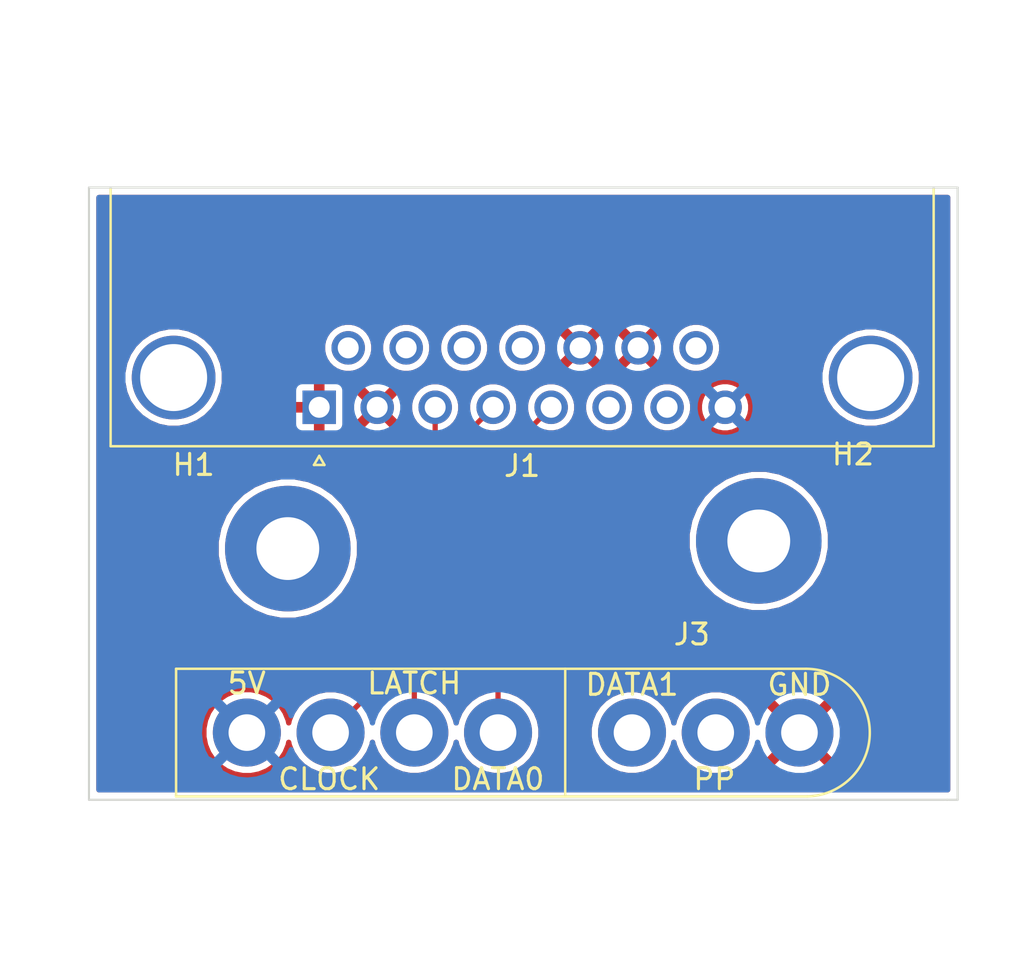
<source format=kicad_pcb>
(kicad_pcb (version 20171130) (host pcbnew "(5.1.0-0)")

  (general
    (thickness 1.6)
    (drawings 5)
    (tracks 9)
    (zones 0)
    (modules 4)
    (nets 15)
  )

  (page A4)
  (layers
    (0 F.Cu signal)
    (31 B.Cu signal)
    (32 B.Adhes user)
    (33 F.Adhes user)
    (34 B.Paste user)
    (35 F.Paste user)
    (36 B.SilkS user)
    (37 F.SilkS user)
    (38 B.Mask user)
    (39 F.Mask user)
    (40 Dwgs.User user)
    (41 Cmts.User user)
    (42 Eco1.User user)
    (43 Eco2.User user)
    (44 Edge.Cuts user)
    (45 Margin user)
    (46 B.CrtYd user)
    (47 F.CrtYd user)
    (48 B.Fab user)
    (49 F.Fab user)
  )

  (setup
    (last_trace_width 0.25)
    (user_trace_width 0.4)
    (user_trace_width 0.5)
    (user_trace_width 0.75)
    (user_trace_width 1)
    (trace_clearance 0.2)
    (zone_clearance 0.3)
    (zone_45_only no)
    (trace_min 0.2)
    (via_size 0.8)
    (via_drill 0.4)
    (via_min_size 0.4)
    (via_min_drill 0.3)
    (uvia_size 0.3)
    (uvia_drill 0.1)
    (uvias_allowed no)
    (uvia_min_size 0.2)
    (uvia_min_drill 0.1)
    (edge_width 0.1)
    (segment_width 0.2)
    (pcb_text_width 0.3)
    (pcb_text_size 1.5 1.5)
    (mod_edge_width 0.15)
    (mod_text_size 1 1)
    (mod_text_width 0.15)
    (pad_size 1.524 1.524)
    (pad_drill 0.762)
    (pad_to_mask_clearance 0)
    (aux_axis_origin 0 0)
    (visible_elements FFFFFF7F)
    (pcbplotparams
      (layerselection 0x010fc_ffffffff)
      (usegerberextensions false)
      (usegerberattributes false)
      (usegerberadvancedattributes false)
      (creategerberjobfile false)
      (excludeedgelayer true)
      (linewidth 0.100000)
      (plotframeref false)
      (viasonmask false)
      (mode 1)
      (useauxorigin false)
      (hpglpennumber 1)
      (hpglpenspeed 20)
      (hpglpendiameter 15.000000)
      (psnegative false)
      (psa4output false)
      (plotreference true)
      (plotvalue true)
      (plotinvisibletext false)
      (padsonsilk false)
      (subtractmaskfromsilk false)
      (outputformat 1)
      (mirror false)
      (drillshape 0)
      (scaleselection 1)
      (outputdirectory "Gerbers/20191203"))
  )

  (net 0 "")
  (net 1 +5V)
  (net 2 GND)
  (net 3 "Net-(J1-Pad12)")
  (net 4 "Net-(J1-Pad11)")
  (net 5 "Net-(J1-Pad10)")
  (net 6 "Net-(J1-Pad9)")
  (net 7 DTR_5V)
  (net 8 RTS_5V)
  (net 9 DSR_5V)
  (net 10 RX_5V)
  (net 11 TX_5V)
  (net 12 "Net-(J1-Pad7)")
  (net 13 "Net-(J1-Pad15)")
  (net 14 "Net-(J1-Pad6)")

  (net_class Default "This is the default net class."
    (clearance 0.2)
    (trace_width 0.25)
    (via_dia 0.8)
    (via_drill 0.4)
    (uvia_dia 0.3)
    (uvia_drill 0.1)
    (add_net +5V)
    (add_net DSR_5V)
    (add_net DTR_5V)
    (add_net GND)
    (add_net "Net-(J1-Pad10)")
    (add_net "Net-(J1-Pad11)")
    (add_net "Net-(J1-Pad12)")
    (add_net "Net-(J1-Pad15)")
    (add_net "Net-(J1-Pad6)")
    (add_net "Net-(J1-Pad7)")
    (add_net "Net-(J1-Pad9)")
    (add_net RTS_5V)
    (add_net RX_5V)
    (add_net TX_5V)
  )

  (module Connector_Dsub:DSUB-15_Female_Horizontal_P2.77x2.84mm_EdgePinOffset7.70mm_Housed_MountingHolesOffset9.12mm (layer F.Cu) (tedit 59FEDEE2) (tstamp 5DE6260D)
    (at 127 84.75 180)
    (descr "15-pin D-Sub connector, horizontal/angled (90 deg), THT-mount, female, pitch 2.77x2.84mm, pin-PCB-offset 7.699999999999999mm, distance of mounting holes 33.3mm, distance of mounting holes to PCB edge 9.12mm, see https://disti-assets.s3.amazonaws.com/tonar/files/datasheets/16730.pdf")
    (tags "15-pin D-Sub connector horizontal angled 90deg THT female pitch 2.77x2.84mm pin-PCB-offset 7.699999999999999mm mounting-holes-distance 33.3mm mounting-hole-offset 33.3mm")
    (path /5DE64B34)
    (fp_text reference J1 (at -9.695 -2.8 180) (layer F.SilkS)
      (effects (font (size 1 1) (thickness 0.15)))
    )
    (fp_text value DB15_Female (at -9.695 18.61 180) (layer F.Fab)
      (effects (font (size 1 1) (thickness 0.15)))
    )
    (fp_text user %R (at -9.695 14.025 180) (layer F.Fab)
      (effects (font (size 1 1) (thickness 0.15)))
    )
    (fp_line (start 10.45 -2.35) (end -29.8 -2.35) (layer F.CrtYd) (width 0.05))
    (fp_line (start 10.45 17.65) (end 10.45 -2.35) (layer F.CrtYd) (width 0.05))
    (fp_line (start -29.8 17.65) (end 10.45 17.65) (layer F.CrtYd) (width 0.05))
    (fp_line (start -29.8 -2.35) (end -29.8 17.65) (layer F.CrtYd) (width 0.05))
    (fp_line (start 0 -2.321325) (end -0.25 -2.754338) (layer F.SilkS) (width 0.12))
    (fp_line (start 0.25 -2.754338) (end 0 -2.321325) (layer F.SilkS) (width 0.12))
    (fp_line (start -0.25 -2.754338) (end 0.25 -2.754338) (layer F.SilkS) (width 0.12))
    (fp_line (start 9.965 -1.86) (end 9.965 10.48) (layer F.SilkS) (width 0.12))
    (fp_line (start -29.355 -1.86) (end 9.965 -1.86) (layer F.SilkS) (width 0.12))
    (fp_line (start -29.355 10.48) (end -29.355 -1.86) (layer F.SilkS) (width 0.12))
    (fp_line (start 8.555 10.54) (end 8.555 1.42) (layer F.Fab) (width 0.1))
    (fp_line (start 5.355 10.54) (end 5.355 1.42) (layer F.Fab) (width 0.1))
    (fp_line (start -24.745 10.54) (end -24.745 1.42) (layer F.Fab) (width 0.1))
    (fp_line (start -27.945 10.54) (end -27.945 1.42) (layer F.Fab) (width 0.1))
    (fp_line (start 9.455 10.94) (end 4.455 10.94) (layer F.Fab) (width 0.1))
    (fp_line (start 9.455 15.94) (end 9.455 10.94) (layer F.Fab) (width 0.1))
    (fp_line (start 4.455 15.94) (end 9.455 15.94) (layer F.Fab) (width 0.1))
    (fp_line (start 4.455 10.94) (end 4.455 15.94) (layer F.Fab) (width 0.1))
    (fp_line (start -23.845 10.94) (end -28.845 10.94) (layer F.Fab) (width 0.1))
    (fp_line (start -23.845 15.94) (end -23.845 10.94) (layer F.Fab) (width 0.1))
    (fp_line (start -28.845 15.94) (end -23.845 15.94) (layer F.Fab) (width 0.1))
    (fp_line (start -28.845 10.94) (end -28.845 15.94) (layer F.Fab) (width 0.1))
    (fp_line (start 2.605 10.94) (end -21.995 10.94) (layer F.Fab) (width 0.1))
    (fp_line (start 2.605 17.11) (end 2.605 10.94) (layer F.Fab) (width 0.1))
    (fp_line (start -21.995 17.11) (end 2.605 17.11) (layer F.Fab) (width 0.1))
    (fp_line (start -21.995 10.94) (end -21.995 17.11) (layer F.Fab) (width 0.1))
    (fp_line (start 9.905 10.54) (end -29.295 10.54) (layer F.Fab) (width 0.1))
    (fp_line (start 9.905 10.94) (end 9.905 10.54) (layer F.Fab) (width 0.1))
    (fp_line (start -29.295 10.94) (end 9.905 10.94) (layer F.Fab) (width 0.1))
    (fp_line (start -29.295 10.54) (end -29.295 10.94) (layer F.Fab) (width 0.1))
    (fp_line (start 9.905 -1.8) (end -29.295 -1.8) (layer F.Fab) (width 0.1))
    (fp_line (start 9.905 10.54) (end 9.905 -1.8) (layer F.Fab) (width 0.1))
    (fp_line (start -29.295 10.54) (end 9.905 10.54) (layer F.Fab) (width 0.1))
    (fp_line (start -29.295 -1.8) (end -29.295 10.54) (layer F.Fab) (width 0.1))
    (fp_arc (start 6.955 1.42) (end 5.355 1.42) (angle 180) (layer F.Fab) (width 0.1))
    (fp_arc (start -26.345 1.42) (end -27.945 1.42) (angle 180) (layer F.Fab) (width 0.1))
    (pad 0 thru_hole circle (at 6.955 1.42 180) (size 4 4) (drill 3.2) (layers *.Cu *.Mask))
    (pad 0 thru_hole circle (at -26.345 1.42 180) (size 4 4) (drill 3.2) (layers *.Cu *.Mask))
    (pad 15 thru_hole circle (at -18.005 2.84 180) (size 1.6 1.6) (drill 1) (layers *.Cu *.Mask)
      (net 13 "Net-(J1-Pad15)"))
    (pad 14 thru_hole circle (at -15.235 2.84 180) (size 1.6 1.6) (drill 1) (layers *.Cu *.Mask)
      (net 2 GND))
    (pad 13 thru_hole circle (at -12.465 2.84 180) (size 1.6 1.6) (drill 1) (layers *.Cu *.Mask)
      (net 2 GND))
    (pad 12 thru_hole circle (at -9.695 2.84 180) (size 1.6 1.6) (drill 1) (layers *.Cu *.Mask)
      (net 3 "Net-(J1-Pad12)"))
    (pad 11 thru_hole circle (at -6.925 2.84 180) (size 1.6 1.6) (drill 1) (layers *.Cu *.Mask)
      (net 4 "Net-(J1-Pad11)"))
    (pad 10 thru_hole circle (at -4.155 2.84 180) (size 1.6 1.6) (drill 1) (layers *.Cu *.Mask)
      (net 5 "Net-(J1-Pad10)"))
    (pad 9 thru_hole circle (at -1.385 2.84 180) (size 1.6 1.6) (drill 1) (layers *.Cu *.Mask)
      (net 6 "Net-(J1-Pad9)"))
    (pad 8 thru_hole circle (at -19.39 0 180) (size 1.6 1.6) (drill 1) (layers *.Cu *.Mask)
      (net 1 +5V))
    (pad 7 thru_hole circle (at -16.62 0 180) (size 1.6 1.6) (drill 1) (layers *.Cu *.Mask)
      (net 12 "Net-(J1-Pad7)"))
    (pad 6 thru_hole circle (at -13.85 0 180) (size 1.6 1.6) (drill 1) (layers *.Cu *.Mask)
      (net 14 "Net-(J1-Pad6)"))
    (pad 5 thru_hole circle (at -11.08 0 180) (size 1.6 1.6) (drill 1) (layers *.Cu *.Mask)
      (net 9 DSR_5V))
    (pad 4 thru_hole circle (at -8.31 0 180) (size 1.6 1.6) (drill 1) (layers *.Cu *.Mask)
      (net 10 RX_5V))
    (pad 3 thru_hole circle (at -5.54 0 180) (size 1.6 1.6) (drill 1) (layers *.Cu *.Mask)
      (net 11 TX_5V))
    (pad 2 thru_hole circle (at -2.77 0 180) (size 1.6 1.6) (drill 1) (layers *.Cu *.Mask)
      (net 2 GND))
    (pad 1 thru_hole rect (at 0 0 180) (size 1.6 1.6) (drill 1) (layers *.Cu *.Mask)
      (net 2 GND))
    (model ${KISYS3DMOD}/Connector_Dsub.3dshapes/DSUB-15_Female_Horizontal_P2.77x2.84mm_EdgePinOffset7.70mm_Housed_MountingHolesOffset9.12mm.wrl
      (at (xyz 0 0 0))
      (scale (xyz 1 1 1))
      (rotate (xyz 0 0 0))
    )
  )

  (module VideoGames:SNES_Controller (layer F.Cu) (tedit 5D4E58EC) (tstamp 5D4EB561)
    (at 144.8 96.1 180)
    (path /5D1EEF95)
    (fp_text reference J3 (at 0 0.5 180) (layer F.SilkS)
      (effects (font (size 1 1) (thickness 0.15)))
    )
    (fp_text value SNES (at 0.254 -0.5 180) (layer F.Fab)
      (effects (font (size 1 1) (thickness 0.15)))
    )
    (fp_line (start 26.4795 0.889) (end -5.3975 0.889) (layer F.CrtYd) (width 0.12))
    (fp_line (start 26.4795 -9.271) (end 26.4795 0.889) (layer F.CrtYd) (width 0.12))
    (fp_line (start -5.3975 -9.271) (end 26.4795 -9.271) (layer F.CrtYd) (width 0.12))
    (fp_arc (start -5.3975 -4.191) (end -5.3975 -9.271) (angle -180) (layer F.CrtYd) (width 0.12))
    (fp_text user PP (at -1.0795 -6.4135 180) (layer F.SilkS)
      (effects (font (size 1 1) (thickness 0.15)))
    )
    (fp_text user DATA1 (at 2.8575 -1.905 180) (layer F.SilkS)
      (effects (font (size 1 1) (thickness 0.15)))
    )
    (fp_text user DATA0 (at 9.26084 -6.4135 180) (layer F.SilkS)
      (effects (font (size 1 1) (thickness 0.15)))
    )
    (fp_text user CLOCK (at 17.32534 -6.4135 180) (layer F.SilkS)
      (effects (font (size 1 1) (thickness 0.15)))
    )
    (fp_text user LATCH (at 13.26134 -1.8415 180) (layer F.SilkS)
      (effects (font (size 1 1) (thickness 0.15)))
    )
    (fp_text user 5V (at 21.26234 -1.8415 180) (layer F.SilkS)
      (effects (font (size 1 1) (thickness 0.15)))
    )
    (fp_text user GND (at -5.1435 -1.905 180) (layer F.SilkS)
      (effects (font (size 1 1) (thickness 0.15)))
    )
    (fp_arc (start -5.461 -4.191) (end -5.524499 -7.238999) (angle -178.8065106) (layer F.SilkS) (width 0.12))
    (fp_line (start 24.638 -7.239) (end 24.638 -1.143) (layer F.SilkS) (width 0.12))
    (fp_line (start 24.638 -1.14234) (end -5.461001 -1.14234) (layer F.SilkS) (width 0.12))
    (fp_line (start 24.638 -7.239) (end -5.5245 -7.239) (layer F.SilkS) (width 0.12))
    (fp_line (start 6.04774 -7.23392) (end 6.04774 -1.13792) (layer F.SilkS) (width 0.12))
    (pad 1 thru_hole circle (at 21.2565 -4.191 180) (size 3.25 3.25) (drill 1.75) (layers *.Cu *.Mask)
      (net 1 +5V))
    (pad 2 thru_hole circle (at 17.2565 -4.191 180) (size 3.25 3.25) (drill 1.75) (layers *.Cu *.Mask)
      (net 11 TX_5V))
    (pad 3 thru_hole circle (at 13.2565 -4.191 180) (size 3.25 3.25) (drill 1.75) (layers *.Cu *.Mask)
      (net 10 RX_5V))
    (pad 4 thru_hole circle (at 9.2565 -4.191 180) (size 3.25 3.25) (drill 1.75) (layers *.Cu *.Mask)
      (net 9 DSR_5V))
    (pad 5 thru_hole circle (at 2.8565 -4.191 180) (size 3.25 3.25) (drill 1.75) (layers *.Cu *.Mask)
      (net 8 RTS_5V))
    (pad 6 thru_hole circle (at -1.1435 -4.191 180) (size 3.25 3.25) (drill 1.75) (layers *.Cu *.Mask)
      (net 7 DTR_5V))
    (pad 7 thru_hole circle (at -5.1435 -4.191 180) (size 3.25 3.25) (drill 1.75) (layers *.Cu *.Mask)
      (net 2 GND))
  )

  (module MountingHole:MountingHole_3mm_Pad (layer F.Cu) (tedit 56D1B4CB) (tstamp 5D081A0B)
    (at 148 91.1352)
    (descr "Mounting Hole 3mm")
    (tags "mounting hole 3mm")
    (path /5CFEBFC8)
    (attr virtual)
    (fp_text reference H2 (at 4.5 -4.1352) (layer F.SilkS)
      (effects (font (size 1 1) (thickness 0.15)))
    )
    (fp_text value MountingHole (at 0 4) (layer F.Fab)
      (effects (font (size 1 1) (thickness 0.15)))
    )
    (fp_circle (center 0 0) (end 3.25 0) (layer F.CrtYd) (width 0.05))
    (fp_circle (center 0 0) (end 3 0) (layer Cmts.User) (width 0.15))
    (fp_text user %R (at 0.3 0) (layer F.Fab)
      (effects (font (size 1 1) (thickness 0.15)))
    )
    (pad 1 thru_hole circle (at 0 0) (size 6 6) (drill 3) (layers *.Cu *.Mask))
  )

  (module MountingHole:MountingHole_3mm_Pad (layer F.Cu) (tedit 56D1B4CB) (tstamp 5D081A03)
    (at 125.5 91.5)
    (descr "Mounting Hole 3mm")
    (tags "mounting hole 3mm")
    (path /5CFEBE79)
    (attr virtual)
    (fp_text reference H1 (at -4.5 -4) (layer F.SilkS)
      (effects (font (size 1 1) (thickness 0.15)))
    )
    (fp_text value MountingHole (at 0 4) (layer F.Fab)
      (effects (font (size 1 1) (thickness 0.15)))
    )
    (fp_circle (center 0 0) (end 3.25 0) (layer F.CrtYd) (width 0.05))
    (fp_circle (center 0 0) (end 3 0) (layer Cmts.User) (width 0.15))
    (fp_text user %R (at 0.3 0) (layer F.Fab)
      (effects (font (size 1 1) (thickness 0.15)))
    )
    (pad 1 thru_hole circle (at 0 0) (size 6 6) (drill 3) (layers *.Cu *.Mask))
  )

  (gr_line (start 157.5 103.5) (end 157 103.5) (layer Edge.Cuts) (width 0.1) (tstamp 5DE627BC))
  (gr_line (start 157.5 74.25) (end 157.5 103.5) (layer Edge.Cuts) (width 0.1))
  (gr_line (start 116 74.25) (end 157.5 74.25) (layer Edge.Cuts) (width 0.1))
  (gr_line (start 116 103.5) (end 116 74.25) (layer Edge.Cuts) (width 0.1))
  (gr_line (start 157 103.5) (end 116 103.5) (layer Edge.Cuts) (width 0.1) (tstamp 5DC45DE4))

  (segment (start 135.5435 87.2865) (end 138.08 84.75) (width 0.25) (layer F.Cu) (net 9))
  (segment (start 135.5435 100.291) (end 135.5435 87.2865) (width 0.25) (layer F.Cu) (net 9))
  (segment (start 132.990011 87.069989) (end 132.990011 95.4809) (width 0.25) (layer F.Cu) (net 10))
  (segment (start 131.5435 97.992903) (end 131.5435 100.291) (width 0.25) (layer F.Cu) (net 10))
  (segment (start 135.31 84.75) (end 132.990011 87.069989) (width 0.25) (layer F.Cu) (net 10))
  (segment (start 132.990011 95.4809) (end 131.5435 96.92741) (width 0.25) (layer F.Cu) (net 10))
  (segment (start 131.5435 96.92741) (end 131.5435 97.992903) (width 0.25) (layer F.Cu) (net 10))
  (segment (start 132.54 95.2945) (end 127.5435 100.291) (width 0.25) (layer F.Cu) (net 11))
  (segment (start 132.54 84.75) (end 132.54 95.2945) (width 0.25) (layer F.Cu) (net 11))

  (zone (net 2) (net_name GND) (layer F.Cu) (tstamp 5DE6289B) (hatch edge 0.508)
    (connect_pads (clearance 0.3))
    (min_thickness 0.254)
    (fill yes (arc_segments 32) (thermal_gap 0.508) (thermal_bridge_width 0.508))
    (polygon
      (pts
        (xy 111.75 70.75) (xy 159.75 70.5) (xy 160.6804 111.8362) (xy 112.2172 111.8362)
      )
    )
    (filled_polygon
      (pts
        (xy 157.023001 103.023) (xy 116.477 103.023) (xy 116.477 100.088896) (xy 121.4915 100.088896) (xy 121.4915 100.493104)
        (xy 121.570357 100.889546) (xy 121.725041 101.262987) (xy 121.949607 101.599074) (xy 122.235426 101.884893) (xy 122.571513 102.109459)
        (xy 122.944954 102.264143) (xy 123.341396 102.343) (xy 123.745604 102.343) (xy 124.142046 102.264143) (xy 124.515487 102.109459)
        (xy 124.851574 101.884893) (xy 125.137393 101.599074) (xy 125.361959 101.262987) (xy 125.516643 100.889546) (xy 125.5435 100.754526)
        (xy 125.570357 100.889546) (xy 125.725041 101.262987) (xy 125.949607 101.599074) (xy 126.235426 101.884893) (xy 126.571513 102.109459)
        (xy 126.944954 102.264143) (xy 127.341396 102.343) (xy 127.745604 102.343) (xy 128.142046 102.264143) (xy 128.515487 102.109459)
        (xy 128.851574 101.884893) (xy 129.137393 101.599074) (xy 129.361959 101.262987) (xy 129.516643 100.889546) (xy 129.5435 100.754526)
        (xy 129.570357 100.889546) (xy 129.725041 101.262987) (xy 129.949607 101.599074) (xy 130.235426 101.884893) (xy 130.571513 102.109459)
        (xy 130.944954 102.264143) (xy 131.341396 102.343) (xy 131.745604 102.343) (xy 132.142046 102.264143) (xy 132.515487 102.109459)
        (xy 132.851574 101.884893) (xy 133.137393 101.599074) (xy 133.361959 101.262987) (xy 133.516643 100.889546) (xy 133.5435 100.754526)
        (xy 133.570357 100.889546) (xy 133.725041 101.262987) (xy 133.949607 101.599074) (xy 134.235426 101.884893) (xy 134.571513 102.109459)
        (xy 134.944954 102.264143) (xy 135.341396 102.343) (xy 135.745604 102.343) (xy 136.142046 102.264143) (xy 136.515487 102.109459)
        (xy 136.851574 101.884893) (xy 137.137393 101.599074) (xy 137.361959 101.262987) (xy 137.516643 100.889546) (xy 137.5955 100.493104)
        (xy 137.5955 100.088896) (xy 139.8915 100.088896) (xy 139.8915 100.493104) (xy 139.970357 100.889546) (xy 140.125041 101.262987)
        (xy 140.349607 101.599074) (xy 140.635426 101.884893) (xy 140.971513 102.109459) (xy 141.344954 102.264143) (xy 141.741396 102.343)
        (xy 142.145604 102.343) (xy 142.542046 102.264143) (xy 142.915487 102.109459) (xy 143.251574 101.884893) (xy 143.537393 101.599074)
        (xy 143.761959 101.262987) (xy 143.916643 100.889546) (xy 143.9435 100.754526) (xy 143.970357 100.889546) (xy 144.125041 101.262987)
        (xy 144.349607 101.599074) (xy 144.635426 101.884893) (xy 144.971513 102.109459) (xy 145.344954 102.264143) (xy 145.741396 102.343)
        (xy 146.145604 102.343) (xy 146.542046 102.264143) (xy 146.915487 102.109459) (xy 147.251574 101.884893) (xy 147.264827 101.87164)
        (xy 148.542465 101.87164) (xy 148.713512 102.199999) (xy 149.109573 102.403277) (xy 149.537682 102.525381) (xy 149.981385 102.561619)
        (xy 150.423633 102.510599) (xy 150.84743 102.374281) (xy 151.173488 102.199999) (xy 151.344535 101.87164) (xy 149.9435 100.470605)
        (xy 148.542465 101.87164) (xy 147.264827 101.87164) (xy 147.537393 101.599074) (xy 147.761959 101.262987) (xy 147.829591 101.09971)
        (xy 147.860219 101.19493) (xy 148.034501 101.520988) (xy 148.36286 101.692035) (xy 149.763895 100.291) (xy 150.123105 100.291)
        (xy 151.52414 101.692035) (xy 151.852499 101.520988) (xy 152.055777 101.124927) (xy 152.177881 100.696818) (xy 152.214119 100.253115)
        (xy 152.163099 99.810867) (xy 152.026781 99.38707) (xy 151.852499 99.061012) (xy 151.52414 98.889965) (xy 150.123105 100.291)
        (xy 149.763895 100.291) (xy 148.36286 98.889965) (xy 148.034501 99.061012) (xy 147.831223 99.457073) (xy 147.826298 99.474341)
        (xy 147.761959 99.319013) (xy 147.537393 98.982926) (xy 147.264827 98.71036) (xy 148.542465 98.71036) (xy 149.9435 100.111395)
        (xy 151.344535 98.71036) (xy 151.173488 98.382001) (xy 150.777427 98.178723) (xy 150.349318 98.056619) (xy 149.905615 98.020381)
        (xy 149.463367 98.071401) (xy 149.03957 98.207719) (xy 148.713512 98.382001) (xy 148.542465 98.71036) (xy 147.264827 98.71036)
        (xy 147.251574 98.697107) (xy 146.915487 98.472541) (xy 146.542046 98.317857) (xy 146.145604 98.239) (xy 145.741396 98.239)
        (xy 145.344954 98.317857) (xy 144.971513 98.472541) (xy 144.635426 98.697107) (xy 144.349607 98.982926) (xy 144.125041 99.319013)
        (xy 143.970357 99.692454) (xy 143.9435 99.827474) (xy 143.916643 99.692454) (xy 143.761959 99.319013) (xy 143.537393 98.982926)
        (xy 143.251574 98.697107) (xy 142.915487 98.472541) (xy 142.542046 98.317857) (xy 142.145604 98.239) (xy 141.741396 98.239)
        (xy 141.344954 98.317857) (xy 140.971513 98.472541) (xy 140.635426 98.697107) (xy 140.349607 98.982926) (xy 140.125041 99.319013)
        (xy 139.970357 99.692454) (xy 139.8915 100.088896) (xy 137.5955 100.088896) (xy 137.516643 99.692454) (xy 137.361959 99.319013)
        (xy 137.137393 98.982926) (xy 136.851574 98.697107) (xy 136.515487 98.472541) (xy 136.142046 98.317857) (xy 136.0955 98.308598)
        (xy 136.0955 90.79767) (xy 144.573 90.79767) (xy 144.573 91.47273) (xy 144.704697 92.134819) (xy 144.963032 92.758493)
        (xy 145.338075 93.319785) (xy 145.815415 93.797125) (xy 146.376707 94.172168) (xy 147.000381 94.430503) (xy 147.66247 94.5622)
        (xy 148.33753 94.5622) (xy 148.999619 94.430503) (xy 149.623293 94.172168) (xy 150.184585 93.797125) (xy 150.661925 93.319785)
        (xy 151.036968 92.758493) (xy 151.295303 92.134819) (xy 151.427 91.47273) (xy 151.427 90.79767) (xy 151.295303 90.135581)
        (xy 151.036968 89.511907) (xy 150.661925 88.950615) (xy 150.184585 88.473275) (xy 149.623293 88.098232) (xy 148.999619 87.839897)
        (xy 148.33753 87.7082) (xy 147.66247 87.7082) (xy 147.000381 87.839897) (xy 146.376707 88.098232) (xy 145.815415 88.473275)
        (xy 145.338075 88.950615) (xy 144.963032 89.511907) (xy 144.704697 90.135581) (xy 144.573 90.79767) (xy 136.0955 90.79767)
        (xy 136.0955 87.515144) (xy 137.692895 85.917751) (xy 137.722097 85.929847) (xy 137.959151 85.977) (xy 138.200849 85.977)
        (xy 138.437903 85.929847) (xy 138.661202 85.837353) (xy 138.862167 85.703073) (xy 139.033073 85.532167) (xy 139.167353 85.331202)
        (xy 139.259847 85.107903) (xy 139.307 84.870849) (xy 139.307 84.629151) (xy 139.623 84.629151) (xy 139.623 84.870849)
        (xy 139.670153 85.107903) (xy 139.762647 85.331202) (xy 139.896927 85.532167) (xy 140.067833 85.703073) (xy 140.268798 85.837353)
        (xy 140.492097 85.929847) (xy 140.729151 85.977) (xy 140.970849 85.977) (xy 141.207903 85.929847) (xy 141.431202 85.837353)
        (xy 141.632167 85.703073) (xy 141.803073 85.532167) (xy 141.937353 85.331202) (xy 142.029847 85.107903) (xy 142.077 84.870849)
        (xy 142.077 84.629151) (xy 142.393 84.629151) (xy 142.393 84.870849) (xy 142.440153 85.107903) (xy 142.532647 85.331202)
        (xy 142.666927 85.532167) (xy 142.837833 85.703073) (xy 143.038798 85.837353) (xy 143.262097 85.929847) (xy 143.499151 85.977)
        (xy 143.740849 85.977) (xy 143.977903 85.929847) (xy 144.201202 85.837353) (xy 144.402167 85.703073) (xy 144.573073 85.532167)
        (xy 144.707353 85.331202) (xy 144.799847 85.107903) (xy 144.847 84.870849) (xy 144.847 84.629151) (xy 145.163 84.629151)
        (xy 145.163 84.870849) (xy 145.210153 85.107903) (xy 145.302647 85.331202) (xy 145.436927 85.532167) (xy 145.607833 85.703073)
        (xy 145.808798 85.837353) (xy 146.032097 85.929847) (xy 146.269151 85.977) (xy 146.510849 85.977) (xy 146.747903 85.929847)
        (xy 146.971202 85.837353) (xy 147.172167 85.703073) (xy 147.343073 85.532167) (xy 147.477353 85.331202) (xy 147.569847 85.107903)
        (xy 147.617 84.870849) (xy 147.617 84.629151) (xy 147.569847 84.392097) (xy 147.477353 84.168798) (xy 147.343073 83.967833)
        (xy 147.172167 83.796927) (xy 146.971202 83.662647) (xy 146.747903 83.570153) (xy 146.510849 83.523) (xy 146.269151 83.523)
        (xy 146.032097 83.570153) (xy 145.808798 83.662647) (xy 145.607833 83.796927) (xy 145.436927 83.967833) (xy 145.302647 84.168798)
        (xy 145.210153 84.392097) (xy 145.163 84.629151) (xy 144.847 84.629151) (xy 144.799847 84.392097) (xy 144.707353 84.168798)
        (xy 144.573073 83.967833) (xy 144.402167 83.796927) (xy 144.201202 83.662647) (xy 143.977903 83.570153) (xy 143.740849 83.523)
        (xy 143.499151 83.523) (xy 143.262097 83.570153) (xy 143.038798 83.662647) (xy 142.837833 83.796927) (xy 142.666927 83.967833)
        (xy 142.532647 84.168798) (xy 142.440153 84.392097) (xy 142.393 84.629151) (xy 142.077 84.629151) (xy 142.029847 84.392097)
        (xy 141.937353 84.168798) (xy 141.803073 83.967833) (xy 141.632167 83.796927) (xy 141.431202 83.662647) (xy 141.207903 83.570153)
        (xy 140.970849 83.523) (xy 140.729151 83.523) (xy 140.492097 83.570153) (xy 140.268798 83.662647) (xy 140.067833 83.796927)
        (xy 139.896927 83.967833) (xy 139.762647 84.168798) (xy 139.670153 84.392097) (xy 139.623 84.629151) (xy 139.307 84.629151)
        (xy 139.259847 84.392097) (xy 139.167353 84.168798) (xy 139.033073 83.967833) (xy 138.862167 83.796927) (xy 138.661202 83.662647)
        (xy 138.437903 83.570153) (xy 138.200849 83.523) (xy 137.959151 83.523) (xy 137.722097 83.570153) (xy 137.498798 83.662647)
        (xy 137.297833 83.796927) (xy 137.126927 83.967833) (xy 136.992647 84.168798) (xy 136.900153 84.392097) (xy 136.853 84.629151)
        (xy 136.853 84.870849) (xy 136.900153 85.107903) (xy 136.912249 85.137105) (xy 135.172352 86.877004) (xy 135.15129 86.894289)
        (xy 135.095904 86.961778) (xy 135.082309 86.978343) (xy 135.031052 87.074238) (xy 135.009064 87.146726) (xy 134.999517 87.178199)
        (xy 134.999489 87.17829) (xy 134.98883 87.2865) (xy 134.991501 87.313616) (xy 134.9915 98.308598) (xy 134.944954 98.317857)
        (xy 134.571513 98.472541) (xy 134.235426 98.697107) (xy 133.949607 98.982926) (xy 133.725041 99.319013) (xy 133.570357 99.692454)
        (xy 133.5435 99.827474) (xy 133.516643 99.692454) (xy 133.361959 99.319013) (xy 133.137393 98.982926) (xy 132.851574 98.697107)
        (xy 132.515487 98.472541) (xy 132.142046 98.317857) (xy 132.0955 98.308598) (xy 132.0955 97.156055) (xy 133.36116 95.890396)
        (xy 133.382222 95.873111) (xy 133.451202 95.789058) (xy 133.502459 95.693163) (xy 133.534023 95.589111) (xy 133.542011 95.508009)
        (xy 133.544681 95.480901) (xy 133.542011 95.453792) (xy 133.542011 87.298633) (xy 134.922894 85.917751) (xy 134.952097 85.929847)
        (xy 135.189151 85.977) (xy 135.430849 85.977) (xy 135.667903 85.929847) (xy 135.891202 85.837353) (xy 136.092167 85.703073)
        (xy 136.263073 85.532167) (xy 136.397353 85.331202) (xy 136.489847 85.107903) (xy 136.537 84.870849) (xy 136.537 84.629151)
        (xy 136.489847 84.392097) (xy 136.397353 84.168798) (xy 136.263073 83.967833) (xy 136.092167 83.796927) (xy 135.891202 83.662647)
        (xy 135.667903 83.570153) (xy 135.430849 83.523) (xy 135.189151 83.523) (xy 134.952097 83.570153) (xy 134.728798 83.662647)
        (xy 134.527833 83.796927) (xy 134.356927 83.967833) (xy 134.222647 84.168798) (xy 134.130153 84.392097) (xy 134.083 84.629151)
        (xy 134.083 84.870849) (xy 134.130153 85.107903) (xy 134.142249 85.137106) (xy 133.092 86.187356) (xy 133.092 85.849449)
        (xy 133.121202 85.837353) (xy 133.322167 85.703073) (xy 133.493073 85.532167) (xy 133.627353 85.331202) (xy 133.719847 85.107903)
        (xy 133.767 84.870849) (xy 133.767 84.629151) (xy 133.719847 84.392097) (xy 133.627353 84.168798) (xy 133.493073 83.967833)
        (xy 133.322167 83.796927) (xy 133.121202 83.662647) (xy 132.897903 83.570153) (xy 132.660849 83.523) (xy 132.419151 83.523)
        (xy 132.182097 83.570153) (xy 131.958798 83.662647) (xy 131.757833 83.796927) (xy 131.586927 83.967833) (xy 131.452647 84.168798)
        (xy 131.360153 84.392097) (xy 131.313 84.629151) (xy 131.313 84.870849) (xy 131.360153 85.107903) (xy 131.452647 85.331202)
        (xy 131.586927 85.532167) (xy 131.757833 85.703073) (xy 131.958798 85.837353) (xy 131.988 85.849449) (xy 131.988001 95.065853)
        (xy 128.554948 98.498908) (xy 128.515487 98.472541) (xy 128.142046 98.317857) (xy 127.745604 98.239) (xy 127.341396 98.239)
        (xy 126.944954 98.317857) (xy 126.571513 98.472541) (xy 126.235426 98.697107) (xy 125.949607 98.982926) (xy 125.725041 99.319013)
        (xy 125.570357 99.692454) (xy 125.5435 99.827474) (xy 125.516643 99.692454) (xy 125.361959 99.319013) (xy 125.137393 98.982926)
        (xy 124.851574 98.697107) (xy 124.515487 98.472541) (xy 124.142046 98.317857) (xy 123.745604 98.239) (xy 123.341396 98.239)
        (xy 122.944954 98.317857) (xy 122.571513 98.472541) (xy 122.235426 98.697107) (xy 121.949607 98.982926) (xy 121.725041 99.319013)
        (xy 121.570357 99.692454) (xy 121.4915 100.088896) (xy 116.477 100.088896) (xy 116.477 91.16247) (xy 122.073 91.16247)
        (xy 122.073 91.83753) (xy 122.204697 92.499619) (xy 122.463032 93.123293) (xy 122.838075 93.684585) (xy 123.315415 94.161925)
        (xy 123.876707 94.536968) (xy 124.500381 94.795303) (xy 125.16247 94.927) (xy 125.83753 94.927) (xy 126.499619 94.795303)
        (xy 127.123293 94.536968) (xy 127.684585 94.161925) (xy 128.161925 93.684585) (xy 128.536968 93.123293) (xy 128.795303 92.499619)
        (xy 128.927 91.83753) (xy 128.927 91.16247) (xy 128.795303 90.500381) (xy 128.536968 89.876707) (xy 128.161925 89.315415)
        (xy 127.684585 88.838075) (xy 127.123293 88.463032) (xy 126.499619 88.204697) (xy 125.83753 88.073) (xy 125.16247 88.073)
        (xy 124.500381 88.204697) (xy 123.876707 88.463032) (xy 123.315415 88.838075) (xy 122.838075 89.315415) (xy 122.463032 89.876707)
        (xy 122.204697 90.500381) (xy 122.073 91.16247) (xy 116.477 91.16247) (xy 116.477 83.090961) (xy 117.618 83.090961)
        (xy 117.618 83.569039) (xy 117.711268 84.03793) (xy 117.894221 84.479615) (xy 118.159826 84.877122) (xy 118.497878 85.215174)
        (xy 118.895385 85.480779) (xy 119.33707 85.663732) (xy 119.805961 85.757) (xy 120.284039 85.757) (xy 120.75293 85.663732)
        (xy 121.027501 85.55) (xy 125.561928 85.55) (xy 125.574188 85.674482) (xy 125.610498 85.79418) (xy 125.669463 85.904494)
        (xy 125.748815 86.001185) (xy 125.845506 86.080537) (xy 125.95582 86.139502) (xy 126.075518 86.175812) (xy 126.2 86.188072)
        (xy 126.71425 86.185) (xy 126.873 86.02625) (xy 126.873 84.877) (xy 125.72375 84.877) (xy 125.565 85.03575)
        (xy 125.561928 85.55) (xy 121.027501 85.55) (xy 121.194615 85.480779) (xy 121.592122 85.215174) (xy 121.930174 84.877122)
        (xy 122.195779 84.479615) (xy 122.378732 84.03793) (xy 122.396222 83.95) (xy 125.561928 83.95) (xy 125.565 84.46425)
        (xy 125.72375 84.623) (xy 126.873 84.623) (xy 126.873 83.47375) (xy 127.127 83.47375) (xy 127.127 84.623)
        (xy 127.147 84.623) (xy 127.147 84.877) (xy 127.127 84.877) (xy 127.127 86.02625) (xy 127.28575 86.185)
        (xy 127.8 86.188072) (xy 127.924482 86.175812) (xy 128.04418 86.139502) (xy 128.154494 86.080537) (xy 128.251185 86.001185)
        (xy 128.330537 85.904494) (xy 128.389502 85.79418) (xy 128.405117 85.742702) (xy 128.956903 85.742702) (xy 129.028486 85.986671)
        (xy 129.283996 86.107571) (xy 129.558184 86.1763) (xy 129.840512 86.190217) (xy 130.12013 86.148787) (xy 130.386292 86.053603)
        (xy 130.511514 85.986671) (xy 130.583097 85.742702) (xy 129.77 84.929605) (xy 128.956903 85.742702) (xy 128.405117 85.742702)
        (xy 128.425812 85.674482) (xy 128.438072 85.55) (xy 128.436475 85.282621) (xy 128.466397 85.366292) (xy 128.533329 85.491514)
        (xy 128.777298 85.563097) (xy 129.590395 84.75) (xy 129.949605 84.75) (xy 130.762702 85.563097) (xy 131.006671 85.491514)
        (xy 131.127571 85.236004) (xy 131.1963 84.961816) (xy 131.210217 84.679488) (xy 131.168787 84.39987) (xy 131.073603 84.133708)
        (xy 131.006671 84.008486) (xy 130.762702 83.936903) (xy 129.949605 84.75) (xy 129.590395 84.75) (xy 128.777298 83.936903)
        (xy 128.533329 84.008486) (xy 128.4365 84.213124) (xy 128.438072 83.95) (xy 128.425812 83.825518) (xy 128.405118 83.757298)
        (xy 128.956903 83.757298) (xy 129.77 84.570395) (xy 130.583097 83.757298) (xy 130.511514 83.513329) (xy 130.256004 83.392429)
        (xy 129.981816 83.3237) (xy 129.699488 83.309783) (xy 129.41987 83.351213) (xy 129.153708 83.446397) (xy 129.028486 83.513329)
        (xy 128.956903 83.757298) (xy 128.405118 83.757298) (xy 128.389502 83.70582) (xy 128.330537 83.595506) (xy 128.251185 83.498815)
        (xy 128.154494 83.419463) (xy 128.04418 83.360498) (xy 127.924482 83.324188) (xy 127.8 83.311928) (xy 127.28575 83.315)
        (xy 127.127 83.47375) (xy 126.873 83.47375) (xy 126.71425 83.315) (xy 126.2 83.311928) (xy 126.075518 83.324188)
        (xy 125.95582 83.360498) (xy 125.845506 83.419463) (xy 125.748815 83.498815) (xy 125.669463 83.595506) (xy 125.610498 83.70582)
        (xy 125.574188 83.825518) (xy 125.561928 83.95) (xy 122.396222 83.95) (xy 122.472 83.569039) (xy 122.472 83.090961)
        (xy 122.378732 82.62207) (xy 122.195779 82.180385) (xy 121.934366 81.789151) (xy 127.158 81.789151) (xy 127.158 82.030849)
        (xy 127.205153 82.267903) (xy 127.297647 82.491202) (xy 127.431927 82.692167) (xy 127.602833 82.863073) (xy 127.803798 82.997353)
        (xy 128.027097 83.089847) (xy 128.264151 83.137) (xy 128.505849 83.137) (xy 128.742903 83.089847) (xy 128.966202 82.997353)
        (xy 129.167167 82.863073) (xy 129.338073 82.692167) (xy 129.472353 82.491202) (xy 129.564847 82.267903) (xy 129.612 82.030849)
        (xy 129.612 81.789151) (xy 129.928 81.789151) (xy 129.928 82.030849) (xy 129.975153 82.267903) (xy 130.067647 82.491202)
        (xy 130.201927 82.692167) (xy 130.372833 82.863073) (xy 130.573798 82.997353) (xy 130.797097 83.089847) (xy 131.034151 83.137)
        (xy 131.275849 83.137) (xy 131.512903 83.089847) (xy 131.736202 82.997353) (xy 131.937167 82.863073) (xy 132.108073 82.692167)
        (xy 132.242353 82.491202) (xy 132.334847 82.267903) (xy 132.382 82.030849) (xy 132.382 81.789151) (xy 132.698 81.789151)
        (xy 132.698 82.030849) (xy 132.745153 82.267903) (xy 132.837647 82.491202) (xy 132.971927 82.692167) (xy 133.142833 82.863073)
        (xy 133.343798 82.997353) (xy 133.567097 83.089847) (xy 133.804151 83.137) (xy 134.045849 83.137) (xy 134.282903 83.089847)
        (xy 134.506202 82.997353) (xy 134.707167 82.863073) (xy 134.878073 82.692167) (xy 135.012353 82.491202) (xy 135.104847 82.267903)
        (xy 135.152 82.030849) (xy 135.152 81.789151) (xy 135.468 81.789151) (xy 135.468 82.030849) (xy 135.515153 82.267903)
        (xy 135.607647 82.491202) (xy 135.741927 82.692167) (xy 135.912833 82.863073) (xy 136.113798 82.997353) (xy 136.337097 83.089847)
        (xy 136.574151 83.137) (xy 136.815849 83.137) (xy 137.052903 83.089847) (xy 137.276202 82.997353) (xy 137.417857 82.902702)
        (xy 138.651903 82.902702) (xy 138.723486 83.146671) (xy 138.978996 83.267571) (xy 139.253184 83.3363) (xy 139.535512 83.350217)
        (xy 139.81513 83.308787) (xy 140.081292 83.213603) (xy 140.206514 83.146671) (xy 140.278097 82.902702) (xy 141.421903 82.902702)
        (xy 141.493486 83.146671) (xy 141.748996 83.267571) (xy 142.023184 83.3363) (xy 142.305512 83.350217) (xy 142.58513 83.308787)
        (xy 142.851292 83.213603) (xy 142.976514 83.146671) (xy 143.048097 82.902702) (xy 142.235 82.089605) (xy 141.421903 82.902702)
        (xy 140.278097 82.902702) (xy 139.465 82.089605) (xy 138.651903 82.902702) (xy 137.417857 82.902702) (xy 137.477167 82.863073)
        (xy 137.648073 82.692167) (xy 137.782353 82.491202) (xy 137.874847 82.267903) (xy 137.922 82.030849) (xy 137.922 81.980512)
        (xy 138.024783 81.980512) (xy 138.066213 82.26013) (xy 138.161397 82.526292) (xy 138.228329 82.651514) (xy 138.472298 82.723097)
        (xy 139.285395 81.91) (xy 139.644605 81.91) (xy 140.457702 82.723097) (xy 140.701671 82.651514) (xy 140.822571 82.396004)
        (xy 140.848216 82.293695) (xy 140.931397 82.526292) (xy 140.998329 82.651514) (xy 141.242298 82.723097) (xy 142.055395 81.91)
        (xy 142.414605 81.91) (xy 143.227702 82.723097) (xy 143.471671 82.651514) (xy 143.592571 82.396004) (xy 143.6613 82.121816)
        (xy 143.675217 81.839488) (xy 143.667759 81.789151) (xy 143.778 81.789151) (xy 143.778 82.030849) (xy 143.825153 82.267903)
        (xy 143.917647 82.491202) (xy 144.051927 82.692167) (xy 144.222833 82.863073) (xy 144.423798 82.997353) (xy 144.647097 83.089847)
        (xy 144.884151 83.137) (xy 145.125849 83.137) (xy 145.357302 83.090961) (xy 150.918 83.090961) (xy 150.918 83.569039)
        (xy 151.011268 84.03793) (xy 151.194221 84.479615) (xy 151.459826 84.877122) (xy 151.797878 85.215174) (xy 152.195385 85.480779)
        (xy 152.63707 85.663732) (xy 153.105961 85.757) (xy 153.584039 85.757) (xy 154.05293 85.663732) (xy 154.494615 85.480779)
        (xy 154.892122 85.215174) (xy 155.230174 84.877122) (xy 155.495779 84.479615) (xy 155.678732 84.03793) (xy 155.772 83.569039)
        (xy 155.772 83.090961) (xy 155.678732 82.62207) (xy 155.495779 82.180385) (xy 155.230174 81.782878) (xy 154.892122 81.444826)
        (xy 154.494615 81.179221) (xy 154.05293 80.996268) (xy 153.584039 80.903) (xy 153.105961 80.903) (xy 152.63707 80.996268)
        (xy 152.195385 81.179221) (xy 151.797878 81.444826) (xy 151.459826 81.782878) (xy 151.194221 82.180385) (xy 151.011268 82.62207)
        (xy 150.918 83.090961) (xy 145.357302 83.090961) (xy 145.362903 83.089847) (xy 145.586202 82.997353) (xy 145.787167 82.863073)
        (xy 145.958073 82.692167) (xy 146.092353 82.491202) (xy 146.184847 82.267903) (xy 146.232 82.030849) (xy 146.232 81.789151)
        (xy 146.184847 81.552097) (xy 146.092353 81.328798) (xy 145.958073 81.127833) (xy 145.787167 80.956927) (xy 145.586202 80.822647)
        (xy 145.362903 80.730153) (xy 145.125849 80.683) (xy 144.884151 80.683) (xy 144.647097 80.730153) (xy 144.423798 80.822647)
        (xy 144.222833 80.956927) (xy 144.051927 81.127833) (xy 143.917647 81.328798) (xy 143.825153 81.552097) (xy 143.778 81.789151)
        (xy 143.667759 81.789151) (xy 143.633787 81.55987) (xy 143.538603 81.293708) (xy 143.471671 81.168486) (xy 143.227702 81.096903)
        (xy 142.414605 81.91) (xy 142.055395 81.91) (xy 141.242298 81.096903) (xy 140.998329 81.168486) (xy 140.877429 81.423996)
        (xy 140.851784 81.526305) (xy 140.768603 81.293708) (xy 140.701671 81.168486) (xy 140.457702 81.096903) (xy 139.644605 81.91)
        (xy 139.285395 81.91) (xy 138.472298 81.096903) (xy 138.228329 81.168486) (xy 138.107429 81.423996) (xy 138.0387 81.698184)
        (xy 138.024783 81.980512) (xy 137.922 81.980512) (xy 137.922 81.789151) (xy 137.874847 81.552097) (xy 137.782353 81.328798)
        (xy 137.648073 81.127833) (xy 137.477167 80.956927) (xy 137.417858 80.917298) (xy 138.651903 80.917298) (xy 139.465 81.730395)
        (xy 140.278097 80.917298) (xy 141.421903 80.917298) (xy 142.235 81.730395) (xy 143.048097 80.917298) (xy 142.976514 80.673329)
        (xy 142.721004 80.552429) (xy 142.446816 80.4837) (xy 142.164488 80.469783) (xy 141.88487 80.511213) (xy 141.618708 80.606397)
        (xy 141.493486 80.673329) (xy 141.421903 80.917298) (xy 140.278097 80.917298) (xy 140.206514 80.673329) (xy 139.951004 80.552429)
        (xy 139.676816 80.4837) (xy 139.394488 80.469783) (xy 139.11487 80.511213) (xy 138.848708 80.606397) (xy 138.723486 80.673329)
        (xy 138.651903 80.917298) (xy 137.417858 80.917298) (xy 137.276202 80.822647) (xy 137.052903 80.730153) (xy 136.815849 80.683)
        (xy 136.574151 80.683) (xy 136.337097 80.730153) (xy 136.113798 80.822647) (xy 135.912833 80.956927) (xy 135.741927 81.127833)
        (xy 135.607647 81.328798) (xy 135.515153 81.552097) (xy 135.468 81.789151) (xy 135.152 81.789151) (xy 135.104847 81.552097)
        (xy 135.012353 81.328798) (xy 134.878073 81.127833) (xy 134.707167 80.956927) (xy 134.506202 80.822647) (xy 134.282903 80.730153)
        (xy 134.045849 80.683) (xy 133.804151 80.683) (xy 133.567097 80.730153) (xy 133.343798 80.822647) (xy 133.142833 80.956927)
        (xy 132.971927 81.127833) (xy 132.837647 81.328798) (xy 132.745153 81.552097) (xy 132.698 81.789151) (xy 132.382 81.789151)
        (xy 132.334847 81.552097) (xy 132.242353 81.328798) (xy 132.108073 81.127833) (xy 131.937167 80.956927) (xy 131.736202 80.822647)
        (xy 131.512903 80.730153) (xy 131.275849 80.683) (xy 131.034151 80.683) (xy 130.797097 80.730153) (xy 130.573798 80.822647)
        (xy 130.372833 80.956927) (xy 130.201927 81.127833) (xy 130.067647 81.328798) (xy 129.975153 81.552097) (xy 129.928 81.789151)
        (xy 129.612 81.789151) (xy 129.564847 81.552097) (xy 129.472353 81.328798) (xy 129.338073 81.127833) (xy 129.167167 80.956927)
        (xy 128.966202 80.822647) (xy 128.742903 80.730153) (xy 128.505849 80.683) (xy 128.264151 80.683) (xy 128.027097 80.730153)
        (xy 127.803798 80.822647) (xy 127.602833 80.956927) (xy 127.431927 81.127833) (xy 127.297647 81.328798) (xy 127.205153 81.552097)
        (xy 127.158 81.789151) (xy 121.934366 81.789151) (xy 121.930174 81.782878) (xy 121.592122 81.444826) (xy 121.194615 81.179221)
        (xy 120.75293 80.996268) (xy 120.284039 80.903) (xy 119.805961 80.903) (xy 119.33707 80.996268) (xy 118.895385 81.179221)
        (xy 118.497878 81.444826) (xy 118.159826 81.782878) (xy 117.894221 82.180385) (xy 117.711268 82.62207) (xy 117.618 83.090961)
        (xy 116.477 83.090961) (xy 116.477 74.727) (xy 157.023 74.727)
      )
    )
  )
  (zone (net 1) (net_name +5V) (layer B.Cu) (tstamp 5DE62898) (hatch edge 0.508)
    (connect_pads (clearance 0.3))
    (min_thickness 0.254)
    (fill yes (arc_segments 32) (thermal_gap 0.508) (thermal_bridge_width 0.508))
    (polygon
      (pts
        (xy 111.75 70.75) (xy 159.75 70.5) (xy 160.532748 111.7854) (xy 112.069548 111.7854)
      )
    )
    (filled_polygon
      (pts
        (xy 157.023001 103.023) (xy 116.477 103.023) (xy 116.477 101.87164) (xy 122.142465 101.87164) (xy 122.313512 102.199999)
        (xy 122.709573 102.403277) (xy 123.137682 102.525381) (xy 123.581385 102.561619) (xy 124.023633 102.510599) (xy 124.44743 102.374281)
        (xy 124.773488 102.199999) (xy 124.944535 101.87164) (xy 123.5435 100.470605) (xy 122.142465 101.87164) (xy 116.477 101.87164)
        (xy 116.477 100.328885) (xy 121.272881 100.328885) (xy 121.323901 100.771133) (xy 121.460219 101.19493) (xy 121.634501 101.520988)
        (xy 121.96286 101.692035) (xy 123.363895 100.291) (xy 123.723105 100.291) (xy 125.12414 101.692035) (xy 125.452499 101.520988)
        (xy 125.655777 101.124927) (xy 125.660702 101.107659) (xy 125.725041 101.262987) (xy 125.949607 101.599074) (xy 126.235426 101.884893)
        (xy 126.571513 102.109459) (xy 126.944954 102.264143) (xy 127.341396 102.343) (xy 127.745604 102.343) (xy 128.142046 102.264143)
        (xy 128.515487 102.109459) (xy 128.851574 101.884893) (xy 129.137393 101.599074) (xy 129.361959 101.262987) (xy 129.516643 100.889546)
        (xy 129.5435 100.754526) (xy 129.570357 100.889546) (xy 129.725041 101.262987) (xy 129.949607 101.599074) (xy 130.235426 101.884893)
        (xy 130.571513 102.109459) (xy 130.944954 102.264143) (xy 131.341396 102.343) (xy 131.745604 102.343) (xy 132.142046 102.264143)
        (xy 132.515487 102.109459) (xy 132.851574 101.884893) (xy 133.137393 101.599074) (xy 133.361959 101.262987) (xy 133.516643 100.889546)
        (xy 133.5435 100.754526) (xy 133.570357 100.889546) (xy 133.725041 101.262987) (xy 133.949607 101.599074) (xy 134.235426 101.884893)
        (xy 134.571513 102.109459) (xy 134.944954 102.264143) (xy 135.341396 102.343) (xy 135.745604 102.343) (xy 136.142046 102.264143)
        (xy 136.515487 102.109459) (xy 136.851574 101.884893) (xy 137.137393 101.599074) (xy 137.361959 101.262987) (xy 137.516643 100.889546)
        (xy 137.5955 100.493104) (xy 137.5955 100.088896) (xy 139.8915 100.088896) (xy 139.8915 100.493104) (xy 139.970357 100.889546)
        (xy 140.125041 101.262987) (xy 140.349607 101.599074) (xy 140.635426 101.884893) (xy 140.971513 102.109459) (xy 141.344954 102.264143)
        (xy 141.741396 102.343) (xy 142.145604 102.343) (xy 142.542046 102.264143) (xy 142.915487 102.109459) (xy 143.251574 101.884893)
        (xy 143.537393 101.599074) (xy 143.761959 101.262987) (xy 143.916643 100.889546) (xy 143.9435 100.754526) (xy 143.970357 100.889546)
        (xy 144.125041 101.262987) (xy 144.349607 101.599074) (xy 144.635426 101.884893) (xy 144.971513 102.109459) (xy 145.344954 102.264143)
        (xy 145.741396 102.343) (xy 146.145604 102.343) (xy 146.542046 102.264143) (xy 146.915487 102.109459) (xy 147.251574 101.884893)
        (xy 147.537393 101.599074) (xy 147.761959 101.262987) (xy 147.916643 100.889546) (xy 147.9435 100.754526) (xy 147.970357 100.889546)
        (xy 148.125041 101.262987) (xy 148.349607 101.599074) (xy 148.635426 101.884893) (xy 148.971513 102.109459) (xy 149.344954 102.264143)
        (xy 149.741396 102.343) (xy 150.145604 102.343) (xy 150.542046 102.264143) (xy 150.915487 102.109459) (xy 151.251574 101.884893)
        (xy 151.537393 101.599074) (xy 151.761959 101.262987) (xy 151.916643 100.889546) (xy 151.9955 100.493104) (xy 151.9955 100.088896)
        (xy 151.916643 99.692454) (xy 151.761959 99.319013) (xy 151.537393 98.982926) (xy 151.251574 98.697107) (xy 150.915487 98.472541)
        (xy 150.542046 98.317857) (xy 150.145604 98.239) (xy 149.741396 98.239) (xy 149.344954 98.317857) (xy 148.971513 98.472541)
        (xy 148.635426 98.697107) (xy 148.349607 98.982926) (xy 148.125041 99.319013) (xy 147.970357 99.692454) (xy 147.9435 99.827474)
        (xy 147.916643 99.692454) (xy 147.761959 99.319013) (xy 147.537393 98.982926) (xy 147.251574 98.697107) (xy 146.915487 98.472541)
        (xy 146.542046 98.317857) (xy 146.145604 98.239) (xy 145.741396 98.239) (xy 145.344954 98.317857) (xy 144.971513 98.472541)
        (xy 144.635426 98.697107) (xy 144.349607 98.982926) (xy 144.125041 99.319013) (xy 143.970357 99.692454) (xy 143.9435 99.827474)
        (xy 143.916643 99.692454) (xy 143.761959 99.319013) (xy 143.537393 98.982926) (xy 143.251574 98.697107) (xy 142.915487 98.472541)
        (xy 142.542046 98.317857) (xy 142.145604 98.239) (xy 141.741396 98.239) (xy 141.344954 98.317857) (xy 140.971513 98.472541)
        (xy 140.635426 98.697107) (xy 140.349607 98.982926) (xy 140.125041 99.319013) (xy 139.970357 99.692454) (xy 139.8915 100.088896)
        (xy 137.5955 100.088896) (xy 137.516643 99.692454) (xy 137.361959 99.319013) (xy 137.137393 98.982926) (xy 136.851574 98.697107)
        (xy 136.515487 98.472541) (xy 136.142046 98.317857) (xy 135.745604 98.239) (xy 135.341396 98.239) (xy 134.944954 98.317857)
        (xy 134.571513 98.472541) (xy 134.235426 98.697107) (xy 133.949607 98.982926) (xy 133.725041 99.319013) (xy 133.570357 99.692454)
        (xy 133.5435 99.827474) (xy 133.516643 99.692454) (xy 133.361959 99.319013) (xy 133.137393 98.982926) (xy 132.851574 98.697107)
        (xy 132.515487 98.472541) (xy 132.142046 98.317857) (xy 131.745604 98.239) (xy 131.341396 98.239) (xy 130.944954 98.317857)
        (xy 130.571513 98.472541) (xy 130.235426 98.697107) (xy 129.949607 98.982926) (xy 129.725041 99.319013) (xy 129.570357 99.692454)
        (xy 129.5435 99.827474) (xy 129.516643 99.692454) (xy 129.361959 99.319013) (xy 129.137393 98.982926) (xy 128.851574 98.697107)
        (xy 128.515487 98.472541) (xy 128.142046 98.317857) (xy 127.745604 98.239) (xy 127.341396 98.239) (xy 126.944954 98.317857)
        (xy 126.571513 98.472541) (xy 126.235426 98.697107) (xy 125.949607 98.982926) (xy 125.725041 99.319013) (xy 125.657409 99.48229)
        (xy 125.626781 99.38707) (xy 125.452499 99.061012) (xy 125.12414 98.889965) (xy 123.723105 100.291) (xy 123.363895 100.291)
        (xy 121.96286 98.889965) (xy 121.634501 99.061012) (xy 121.431223 99.457073) (xy 121.309119 99.885182) (xy 121.272881 100.328885)
        (xy 116.477 100.328885) (xy 116.477 98.71036) (xy 122.142465 98.71036) (xy 123.5435 100.111395) (xy 124.944535 98.71036)
        (xy 124.773488 98.382001) (xy 124.377427 98.178723) (xy 123.949318 98.056619) (xy 123.505615 98.020381) (xy 123.063367 98.071401)
        (xy 122.63957 98.207719) (xy 122.313512 98.382001) (xy 122.142465 98.71036) (xy 116.477 98.71036) (xy 116.477 91.16247)
        (xy 122.073 91.16247) (xy 122.073 91.83753) (xy 122.204697 92.499619) (xy 122.463032 93.123293) (xy 122.838075 93.684585)
        (xy 123.315415 94.161925) (xy 123.876707 94.536968) (xy 124.500381 94.795303) (xy 125.16247 94.927) (xy 125.83753 94.927)
        (xy 126.499619 94.795303) (xy 127.123293 94.536968) (xy 127.684585 94.161925) (xy 128.161925 93.684585) (xy 128.536968 93.123293)
        (xy 128.795303 92.499619) (xy 128.927 91.83753) (xy 128.927 91.16247) (xy 128.854438 90.79767) (xy 144.573 90.79767)
        (xy 144.573 91.47273) (xy 144.704697 92.134819) (xy 144.963032 92.758493) (xy 145.338075 93.319785) (xy 145.815415 93.797125)
        (xy 146.376707 94.172168) (xy 147.000381 94.430503) (xy 147.66247 94.5622) (xy 148.33753 94.5622) (xy 148.999619 94.430503)
        (xy 149.623293 94.172168) (xy 150.184585 93.797125) (xy 150.661925 93.319785) (xy 151.036968 92.758493) (xy 151.295303 92.134819)
        (xy 151.427 91.47273) (xy 151.427 90.79767) (xy 151.295303 90.135581) (xy 151.036968 89.511907) (xy 150.661925 88.950615)
        (xy 150.184585 88.473275) (xy 149.623293 88.098232) (xy 148.999619 87.839897) (xy 148.33753 87.7082) (xy 147.66247 87.7082)
        (xy 147.000381 87.839897) (xy 146.376707 88.098232) (xy 145.815415 88.473275) (xy 145.338075 88.950615) (xy 144.963032 89.511907)
        (xy 144.704697 90.135581) (xy 144.573 90.79767) (xy 128.854438 90.79767) (xy 128.795303 90.500381) (xy 128.536968 89.876707)
        (xy 128.161925 89.315415) (xy 127.684585 88.838075) (xy 127.123293 88.463032) (xy 126.499619 88.204697) (xy 125.83753 88.073)
        (xy 125.16247 88.073) (xy 124.500381 88.204697) (xy 123.876707 88.463032) (xy 123.315415 88.838075) (xy 122.838075 89.315415)
        (xy 122.463032 89.876707) (xy 122.204697 90.500381) (xy 122.073 91.16247) (xy 116.477 91.16247) (xy 116.477 83.090961)
        (xy 117.618 83.090961) (xy 117.618 83.569039) (xy 117.711268 84.03793) (xy 117.894221 84.479615) (xy 118.159826 84.877122)
        (xy 118.497878 85.215174) (xy 118.895385 85.480779) (xy 119.33707 85.663732) (xy 119.805961 85.757) (xy 120.284039 85.757)
        (xy 120.75293 85.663732) (xy 121.194615 85.480779) (xy 121.592122 85.215174) (xy 121.930174 84.877122) (xy 122.195779 84.479615)
        (xy 122.378732 84.03793) (xy 122.396222 83.95) (xy 125.770934 83.95) (xy 125.770934 85.55) (xy 125.779178 85.633707)
        (xy 125.803595 85.714196) (xy 125.843245 85.788376) (xy 125.896605 85.853395) (xy 125.961624 85.906755) (xy 126.035804 85.946405)
        (xy 126.116293 85.970822) (xy 126.2 85.979066) (xy 127.8 85.979066) (xy 127.883707 85.970822) (xy 127.964196 85.946405)
        (xy 128.038376 85.906755) (xy 128.103395 85.853395) (xy 128.156755 85.788376) (xy 128.196405 85.714196) (xy 128.220822 85.633707)
        (xy 128.229066 85.55) (xy 128.229066 84.629151) (xy 128.543 84.629151) (xy 128.543 84.870849) (xy 128.590153 85.107903)
        (xy 128.682647 85.331202) (xy 128.816927 85.532167) (xy 128.987833 85.703073) (xy 129.188798 85.837353) (xy 129.412097 85.929847)
        (xy 129.649151 85.977) (xy 129.890849 85.977) (xy 130.127903 85.929847) (xy 130.351202 85.837353) (xy 130.552167 85.703073)
        (xy 130.723073 85.532167) (xy 130.857353 85.331202) (xy 130.949847 85.107903) (xy 130.997 84.870849) (xy 130.997 84.629151)
        (xy 131.313 84.629151) (xy 131.313 84.870849) (xy 131.360153 85.107903) (xy 131.452647 85.331202) (xy 131.586927 85.532167)
        (xy 131.757833 85.703073) (xy 131.958798 85.837353) (xy 132.182097 85.929847) (xy 132.419151 85.977) (xy 132.660849 85.977)
        (xy 132.897903 85.929847) (xy 133.121202 85.837353) (xy 133.322167 85.703073) (xy 133.493073 85.532167) (xy 133.627353 85.331202)
        (xy 133.719847 85.107903) (xy 133.767 84.870849) (xy 133.767 84.629151) (xy 134.083 84.629151) (xy 134.083 84.870849)
        (xy 134.130153 85.107903) (xy 134.222647 85.331202) (xy 134.356927 85.532167) (xy 134.527833 85.703073) (xy 134.728798 85.837353)
        (xy 134.952097 85.929847) (xy 135.189151 85.977) (xy 135.430849 85.977) (xy 135.667903 85.929847) (xy 135.891202 85.837353)
        (xy 136.092167 85.703073) (xy 136.263073 85.532167) (xy 136.397353 85.331202) (xy 136.489847 85.107903) (xy 136.537 84.870849)
        (xy 136.537 84.629151) (xy 136.853 84.629151) (xy 136.853 84.870849) (xy 136.900153 85.107903) (xy 136.992647 85.331202)
        (xy 137.126927 85.532167) (xy 137.297833 85.703073) (xy 137.498798 85.837353) (xy 137.722097 85.929847) (xy 137.959151 85.977)
        (xy 138.200849 85.977) (xy 138.437903 85.929847) (xy 138.661202 85.837353) (xy 138.862167 85.703073) (xy 139.033073 85.532167)
        (xy 139.167353 85.331202) (xy 139.259847 85.107903) (xy 139.307 84.870849) (xy 139.307 84.629151) (xy 139.623 84.629151)
        (xy 139.623 84.870849) (xy 139.670153 85.107903) (xy 139.762647 85.331202) (xy 139.896927 85.532167) (xy 140.067833 85.703073)
        (xy 140.268798 85.837353) (xy 140.492097 85.929847) (xy 140.729151 85.977) (xy 140.970849 85.977) (xy 141.207903 85.929847)
        (xy 141.431202 85.837353) (xy 141.632167 85.703073) (xy 141.803073 85.532167) (xy 141.937353 85.331202) (xy 142.029847 85.107903)
        (xy 142.077 84.870849) (xy 142.077 84.629151) (xy 142.393 84.629151) (xy 142.393 84.870849) (xy 142.440153 85.107903)
        (xy 142.532647 85.331202) (xy 142.666927 85.532167) (xy 142.837833 85.703073) (xy 143.038798 85.837353) (xy 143.262097 85.929847)
        (xy 143.499151 85.977) (xy 143.740849 85.977) (xy 143.977903 85.929847) (xy 144.201202 85.837353) (xy 144.342857 85.742702)
        (xy 145.576903 85.742702) (xy 145.648486 85.986671) (xy 145.903996 86.107571) (xy 146.178184 86.1763) (xy 146.460512 86.190217)
        (xy 146.74013 86.148787) (xy 147.006292 86.053603) (xy 147.131514 85.986671) (xy 147.203097 85.742702) (xy 146.39 84.929605)
        (xy 145.576903 85.742702) (xy 144.342857 85.742702) (xy 144.402167 85.703073) (xy 144.573073 85.532167) (xy 144.707353 85.331202)
        (xy 144.799847 85.107903) (xy 144.847 84.870849) (xy 144.847 84.820512) (xy 144.949783 84.820512) (xy 144.991213 85.10013)
        (xy 145.086397 85.366292) (xy 145.153329 85.491514) (xy 145.397298 85.563097) (xy 146.210395 84.75) (xy 146.569605 84.75)
        (xy 147.382702 85.563097) (xy 147.626671 85.491514) (xy 147.747571 85.236004) (xy 147.8163 84.961816) (xy 147.830217 84.679488)
        (xy 147.788787 84.39987) (xy 147.693603 84.133708) (xy 147.626671 84.008486) (xy 147.382702 83.936903) (xy 146.569605 84.75)
        (xy 146.210395 84.75) (xy 145.397298 83.936903) (xy 145.153329 84.008486) (xy 145.032429 84.263996) (xy 144.9637 84.538184)
        (xy 144.949783 84.820512) (xy 144.847 84.820512) (xy 144.847 84.629151) (xy 144.799847 84.392097) (xy 144.707353 84.168798)
        (xy 144.573073 83.967833) (xy 144.402167 83.796927) (xy 144.342858 83.757298) (xy 145.576903 83.757298) (xy 146.39 84.570395)
        (xy 147.203097 83.757298) (xy 147.131514 83.513329) (xy 146.876004 83.392429) (xy 146.601816 83.3237) (xy 146.319488 83.309783)
        (xy 146.03987 83.351213) (xy 145.773708 83.446397) (xy 145.648486 83.513329) (xy 145.576903 83.757298) (xy 144.342858 83.757298)
        (xy 144.201202 83.662647) (xy 143.977903 83.570153) (xy 143.740849 83.523) (xy 143.499151 83.523) (xy 143.262097 83.570153)
        (xy 143.038798 83.662647) (xy 142.837833 83.796927) (xy 142.666927 83.967833) (xy 142.532647 84.168798) (xy 142.440153 84.392097)
        (xy 142.393 84.629151) (xy 142.077 84.629151) (xy 142.029847 84.392097) (xy 141.937353 84.168798) (xy 141.803073 83.967833)
        (xy 141.632167 83.796927) (xy 141.431202 83.662647) (xy 141.207903 83.570153) (xy 140.970849 83.523) (xy 140.729151 83.523)
        (xy 140.492097 83.570153) (xy 140.268798 83.662647) (xy 140.067833 83.796927) (xy 139.896927 83.967833) (xy 139.762647 84.168798)
        (xy 139.670153 84.392097) (xy 139.623 84.629151) (xy 139.307 84.629151) (xy 139.259847 84.392097) (xy 139.167353 84.168798)
        (xy 139.033073 83.967833) (xy 138.862167 83.796927) (xy 138.661202 83.662647) (xy 138.437903 83.570153) (xy 138.200849 83.523)
        (xy 137.959151 83.523) (xy 137.722097 83.570153) (xy 137.498798 83.662647) (xy 137.297833 83.796927) (xy 137.126927 83.967833)
        (xy 136.992647 84.168798) (xy 136.900153 84.392097) (xy 136.853 84.629151) (xy 136.537 84.629151) (xy 136.489847 84.392097)
        (xy 136.397353 84.168798) (xy 136.263073 83.967833) (xy 136.092167 83.796927) (xy 135.891202 83.662647) (xy 135.667903 83.570153)
        (xy 135.430849 83.523) (xy 135.189151 83.523) (xy 134.952097 83.570153) (xy 134.728798 83.662647) (xy 134.527833 83.796927)
        (xy 134.356927 83.967833) (xy 134.222647 84.168798) (xy 134.130153 84.392097) (xy 134.083 84.629151) (xy 133.767 84.629151)
        (xy 133.719847 84.392097) (xy 133.627353 84.168798) (xy 133.493073 83.967833) (xy 133.322167 83.796927) (xy 133.121202 83.662647)
        (xy 132.897903 83.570153) (xy 132.660849 83.523) (xy 132.419151 83.523) (xy 132.182097 83.570153) (xy 131.958798 83.662647)
        (xy 131.757833 83.796927) (xy 131.586927 83.967833) (xy 131.452647 84.168798) (xy 131.360153 84.392097) (xy 131.313 84.629151)
        (xy 130.997 84.629151) (xy 130.949847 84.392097) (xy 130.857353 84.168798) (xy 130.723073 83.967833) (xy 130.552167 83.796927)
        (xy 130.351202 83.662647) (xy 130.127903 83.570153) (xy 129.890849 83.523) (xy 129.649151 83.523) (xy 129.412097 83.570153)
        (xy 129.188798 83.662647) (xy 128.987833 83.796927) (xy 128.816927 83.967833) (xy 128.682647 84.168798) (xy 128.590153 84.392097)
        (xy 128.543 84.629151) (xy 128.229066 84.629151) (xy 128.229066 83.95) (xy 128.220822 83.866293) (xy 128.196405 83.785804)
        (xy 128.156755 83.711624) (xy 128.103395 83.646605) (xy 128.038376 83.593245) (xy 127.964196 83.553595) (xy 127.883707 83.529178)
        (xy 127.8 83.520934) (xy 126.2 83.520934) (xy 126.116293 83.529178) (xy 126.035804 83.553595) (xy 125.961624 83.593245)
        (xy 125.896605 83.646605) (xy 125.843245 83.711624) (xy 125.803595 83.785804) (xy 125.779178 83.866293) (xy 125.770934 83.95)
        (xy 122.396222 83.95) (xy 122.472 83.569039) (xy 122.472 83.090961) (xy 122.378732 82.62207) (xy 122.195779 82.180385)
        (xy 121.934366 81.789151) (xy 127.158 81.789151) (xy 127.158 82.030849) (xy 127.205153 82.267903) (xy 127.297647 82.491202)
        (xy 127.431927 82.692167) (xy 127.602833 82.863073) (xy 127.803798 82.997353) (xy 128.027097 83.089847) (xy 128.264151 83.137)
        (xy 128.505849 83.137) (xy 128.742903 83.089847) (xy 128.966202 82.997353) (xy 129.167167 82.863073) (xy 129.338073 82.692167)
        (xy 129.472353 82.491202) (xy 129.564847 82.267903) (xy 129.612 82.030849) (xy 129.612 81.789151) (xy 129.928 81.789151)
        (xy 129.928 82.030849) (xy 129.975153 82.267903) (xy 130.067647 82.491202) (xy 130.201927 82.692167) (xy 130.372833 82.863073)
        (xy 130.573798 82.997353) (xy 130.797097 83.089847) (xy 131.034151 83.137) (xy 131.275849 83.137) (xy 131.512903 83.089847)
        (xy 131.736202 82.997353) (xy 131.937167 82.863073) (xy 132.108073 82.692167) (xy 132.242353 82.491202) (xy 132.334847 82.267903)
        (xy 132.382 82.030849) (xy 132.382 81.789151) (xy 132.698 81.789151) (xy 132.698 82.030849) (xy 132.745153 82.267903)
        (xy 132.837647 82.491202) (xy 132.971927 82.692167) (xy 133.142833 82.863073) (xy 133.343798 82.997353) (xy 133.567097 83.089847)
        (xy 133.804151 83.137) (xy 134.045849 83.137) (xy 134.282903 83.089847) (xy 134.506202 82.997353) (xy 134.707167 82.863073)
        (xy 134.878073 82.692167) (xy 135.012353 82.491202) (xy 135.104847 82.267903) (xy 135.152 82.030849) (xy 135.152 81.789151)
        (xy 135.468 81.789151) (xy 135.468 82.030849) (xy 135.515153 82.267903) (xy 135.607647 82.491202) (xy 135.741927 82.692167)
        (xy 135.912833 82.863073) (xy 136.113798 82.997353) (xy 136.337097 83.089847) (xy 136.574151 83.137) (xy 136.815849 83.137)
        (xy 137.052903 83.089847) (xy 137.276202 82.997353) (xy 137.477167 82.863073) (xy 137.648073 82.692167) (xy 137.782353 82.491202)
        (xy 137.874847 82.267903) (xy 137.922 82.030849) (xy 137.922 81.789151) (xy 138.238 81.789151) (xy 138.238 82.030849)
        (xy 138.285153 82.267903) (xy 138.377647 82.491202) (xy 138.511927 82.692167) (xy 138.682833 82.863073) (xy 138.883798 82.997353)
        (xy 139.107097 83.089847) (xy 139.344151 83.137) (xy 139.585849 83.137) (xy 139.822903 83.089847) (xy 140.046202 82.997353)
        (xy 140.247167 82.863073) (xy 140.418073 82.692167) (xy 140.552353 82.491202) (xy 140.644847 82.267903) (xy 140.692 82.030849)
        (xy 140.692 81.789151) (xy 141.008 81.789151) (xy 141.008 82.030849) (xy 141.055153 82.267903) (xy 141.147647 82.491202)
        (xy 141.281927 82.692167) (xy 141.452833 82.863073) (xy 141.653798 82.997353) (xy 141.877097 83.089847) (xy 142.114151 83.137)
        (xy 142.355849 83.137) (xy 142.592903 83.089847) (xy 142.816202 82.997353) (xy 143.017167 82.863073) (xy 143.188073 82.692167)
        (xy 143.322353 82.491202) (xy 143.414847 82.267903) (xy 143.462 82.030849) (xy 143.462 81.789151) (xy 143.778 81.789151)
        (xy 143.778 82.030849) (xy 143.825153 82.267903) (xy 143.917647 82.491202) (xy 144.051927 82.692167) (xy 144.222833 82.863073)
        (xy 144.423798 82.997353) (xy 144.647097 83.089847) (xy 144.884151 83.137) (xy 145.125849 83.137) (xy 145.357302 83.090961)
        (xy 150.918 83.090961) (xy 150.918 83.569039) (xy 151.011268 84.03793) (xy 151.194221 84.479615) (xy 151.459826 84.877122)
        (xy 151.797878 85.215174) (xy 152.195385 85.480779) (xy 152.63707 85.663732) (xy 153.105961 85.757) (xy 153.584039 85.757)
        (xy 154.05293 85.663732) (xy 154.494615 85.480779) (xy 154.892122 85.215174) (xy 155.230174 84.877122) (xy 155.495779 84.479615)
        (xy 155.678732 84.03793) (xy 155.772 83.569039) (xy 155.772 83.090961) (xy 155.678732 82.62207) (xy 155.495779 82.180385)
        (xy 155.230174 81.782878) (xy 154.892122 81.444826) (xy 154.494615 81.179221) (xy 154.05293 80.996268) (xy 153.584039 80.903)
        (xy 153.105961 80.903) (xy 152.63707 80.996268) (xy 152.195385 81.179221) (xy 151.797878 81.444826) (xy 151.459826 81.782878)
        (xy 151.194221 82.180385) (xy 151.011268 82.62207) (xy 150.918 83.090961) (xy 145.357302 83.090961) (xy 145.362903 83.089847)
        (xy 145.586202 82.997353) (xy 145.787167 82.863073) (xy 145.958073 82.692167) (xy 146.092353 82.491202) (xy 146.184847 82.267903)
        (xy 146.232 82.030849) (xy 146.232 81.789151) (xy 146.184847 81.552097) (xy 146.092353 81.328798) (xy 145.958073 81.127833)
        (xy 145.787167 80.956927) (xy 145.586202 80.822647) (xy 145.362903 80.730153) (xy 145.125849 80.683) (xy 144.884151 80.683)
        (xy 144.647097 80.730153) (xy 144.423798 80.822647) (xy 144.222833 80.956927) (xy 144.051927 81.127833) (xy 143.917647 81.328798)
        (xy 143.825153 81.552097) (xy 143.778 81.789151) (xy 143.462 81.789151) (xy 143.414847 81.552097) (xy 143.322353 81.328798)
        (xy 143.188073 81.127833) (xy 143.017167 80.956927) (xy 142.816202 80.822647) (xy 142.592903 80.730153) (xy 142.355849 80.683)
        (xy 142.114151 80.683) (xy 141.877097 80.730153) (xy 141.653798 80.822647) (xy 141.452833 80.956927) (xy 141.281927 81.127833)
        (xy 141.147647 81.328798) (xy 141.055153 81.552097) (xy 141.008 81.789151) (xy 140.692 81.789151) (xy 140.644847 81.552097)
        (xy 140.552353 81.328798) (xy 140.418073 81.127833) (xy 140.247167 80.956927) (xy 140.046202 80.822647) (xy 139.822903 80.730153)
        (xy 139.585849 80.683) (xy 139.344151 80.683) (xy 139.107097 80.730153) (xy 138.883798 80.822647) (xy 138.682833 80.956927)
        (xy 138.511927 81.127833) (xy 138.377647 81.328798) (xy 138.285153 81.552097) (xy 138.238 81.789151) (xy 137.922 81.789151)
        (xy 137.874847 81.552097) (xy 137.782353 81.328798) (xy 137.648073 81.127833) (xy 137.477167 80.956927) (xy 137.276202 80.822647)
        (xy 137.052903 80.730153) (xy 136.815849 80.683) (xy 136.574151 80.683) (xy 136.337097 80.730153) (xy 136.113798 80.822647)
        (xy 135.912833 80.956927) (xy 135.741927 81.127833) (xy 135.607647 81.328798) (xy 135.515153 81.552097) (xy 135.468 81.789151)
        (xy 135.152 81.789151) (xy 135.104847 81.552097) (xy 135.012353 81.328798) (xy 134.878073 81.127833) (xy 134.707167 80.956927)
        (xy 134.506202 80.822647) (xy 134.282903 80.730153) (xy 134.045849 80.683) (xy 133.804151 80.683) (xy 133.567097 80.730153)
        (xy 133.343798 80.822647) (xy 133.142833 80.956927) (xy 132.971927 81.127833) (xy 132.837647 81.328798) (xy 132.745153 81.552097)
        (xy 132.698 81.789151) (xy 132.382 81.789151) (xy 132.334847 81.552097) (xy 132.242353 81.328798) (xy 132.108073 81.127833)
        (xy 131.937167 80.956927) (xy 131.736202 80.822647) (xy 131.512903 80.730153) (xy 131.275849 80.683) (xy 131.034151 80.683)
        (xy 130.797097 80.730153) (xy 130.573798 80.822647) (xy 130.372833 80.956927) (xy 130.201927 81.127833) (xy 130.067647 81.328798)
        (xy 129.975153 81.552097) (xy 129.928 81.789151) (xy 129.612 81.789151) (xy 129.564847 81.552097) (xy 129.472353 81.328798)
        (xy 129.338073 81.127833) (xy 129.167167 80.956927) (xy 128.966202 80.822647) (xy 128.742903 80.730153) (xy 128.505849 80.683)
        (xy 128.264151 80.683) (xy 128.027097 80.730153) (xy 127.803798 80.822647) (xy 127.602833 80.956927) (xy 127.431927 81.127833)
        (xy 127.297647 81.328798) (xy 127.205153 81.552097) (xy 127.158 81.789151) (xy 121.934366 81.789151) (xy 121.930174 81.782878)
        (xy 121.592122 81.444826) (xy 121.194615 81.179221) (xy 120.75293 80.996268) (xy 120.284039 80.903) (xy 119.805961 80.903)
        (xy 119.33707 80.996268) (xy 118.895385 81.179221) (xy 118.497878 81.444826) (xy 118.159826 81.782878) (xy 117.894221 82.180385)
        (xy 117.711268 82.62207) (xy 117.618 83.090961) (xy 116.477 83.090961) (xy 116.477 74.727) (xy 157.023 74.727)
      )
    )
  )
)

</source>
